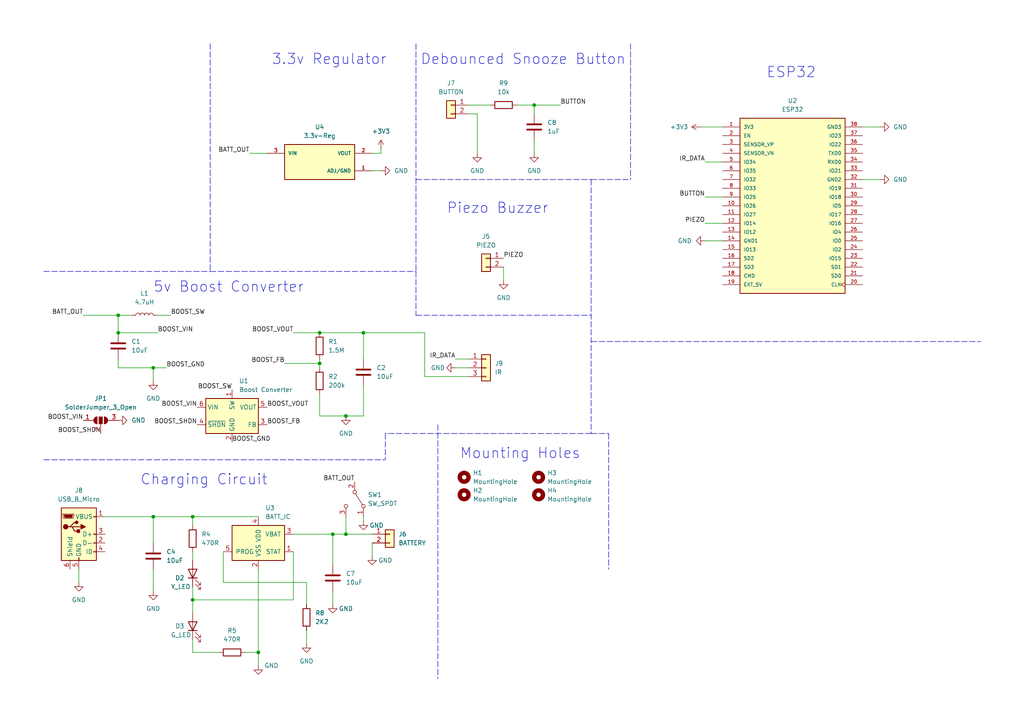
<source format=kicad_sch>
(kicad_sch (version 20211123) (generator eeschema)
  (paper "A4")
  (lib_symbols
    (symbol "Battery_Management:MCP73831-5-OT" (pin_names (offset 1.016))
      (property "Reference" "U" (at -7.62 6.35 0))
      (property "Value" "MCP73831-5-OT" (at 1.27 6.35 0))
      (symbol "MCP73831-5-OT_0_1"
        (rectangle (start -7.62 5.08) (end 7.62 -5.08) (stroke (width 0.254)) (fill (type background)))
      )
      (symbol "MCP73831-5-OT_1_1"
        (pin output line (at 10.16 -2.54 180) (length 2.54) (name "STAT") (number "1"))
        (pin power_in line (at 0 -7.62 90) (length 2.54) (name "VSS") (number "2"))
        (pin power_out line (at 10.16 2.54 180) (length 2.54) (name "VBAT") (number "3"))
        (pin power_in line (at 0 7.62 270) (length 2.54) (name "VDD") (number "4"))
        (pin input line (at -10.16 -2.54 0) (length 2.54) (name "PROG") (number "5"))
      )
    )
    (symbol "Connector:USB_B_Micro" (pin_names (offset 1.016))
      (property "Reference" "J" (at -5.08 11.43 0))
      (property "Value" "USB_B_Micro" (at -5.08 8.89 0))
      (symbol "USB_B_Micro_0_1"
        (rectangle (start -5.08 -7.62) (end 5.08 7.62) (stroke (width 0.254)) (fill (type background)))
        (circle (center -3.81 2.159) (radius 0.635) (stroke (width 0.254)) (fill (type outline)))
        (circle (center -0.635 3.429) (radius 0.381) (stroke (width 0.254)) (fill (type outline)))
        (rectangle (start -0.127 -7.62) (end 0.127 -6.858))
        (polyline (pts (xy -1.905 2.159) (xy 0.635 2.159)) (stroke (width 0.254)))
        (polyline (pts (xy -3.175 2.159) (xy -2.54 2.159) (xy -1.27 3.429) (xy -0.635 3.429)) (stroke (width 0.254)))
        (polyline (pts (xy -2.54 2.159) (xy -1.905 2.159) (xy -1.27 0.889) (xy 0 0.889)) (stroke (width 0.254)))
        (polyline (pts (xy 0.635 2.794) (xy 0.635 1.524) (xy 1.905 2.159) (xy 0.635 2.794)) (stroke (width 0.254)) (fill (type outline)))
        (polyline (pts (xy -4.318 5.588) (xy -1.778 5.588) (xy -2.032 4.826) (xy -4.064 4.826) (xy -4.318 5.588)) (fill (type outline)))
        (polyline (pts (xy -4.699 5.842) (xy -4.699 5.588) (xy -4.445 4.826) (xy -4.445 4.572) (xy -1.651 4.572) (xy -1.651 4.826) (xy -1.397 5.588) (xy -1.397 5.842) (xy -4.699 5.842)))
        (rectangle (start 0.254 1.27) (end -0.508 0.508) (stroke (width 0.254)) (fill (type outline)))
        (rectangle (start 5.08 -5.207) (end 4.318 -4.953))
        (rectangle (start 5.08 -2.667) (end 4.318 -2.413))
        (rectangle (start 5.08 -0.127) (end 4.318 0.127))
        (rectangle (start 5.08 4.953) (end 4.318 5.207))
      )
      (symbol "USB_B_Micro_1_1"
        (pin power_out line (at 7.62 5.08 180) (length 2.54) (name "VBUS") (number "1"))
        (pin bidirectional line (at 7.62 -2.54 180) (length 2.54) (name "D-") (number "2"))
        (pin bidirectional line (at 7.62 0 180) (length 2.54) (name "D+") (number "3"))
        (pin passive line (at 7.62 -5.08 180) (length 2.54) (name "ID") (number "4"))
        (pin power_out line (at 0 -10.16 90) (length 2.54) (name "GND") (number "5"))
        (pin passive line (at -2.54 -10.16 90) (length 2.54) (name "Shield") (number "6"))
      )
    )
    (symbol "Connector_Generic:Conn_01x02" (pin_names (offset 1.016) hide)
      (property "Reference" "J" (at 0 2.54 0))
      (property "Value" "Conn_01x02" (at 0 -5.08 0))
      (symbol "Conn_01x02_1_1"
        (rectangle (start -1.27 -2.413) (end 0 -2.667) (stroke (width 0.1524)))
        (rectangle (start -1.27 0.127) (end 0 -0.127) (stroke (width 0.1524)))
        (rectangle (start -1.27 1.27) (end 1.27 -3.81) (stroke (width 0.254)) (fill (type background)))
        (pin passive line (at -5.08 0 0) (length 3.81) (name "Pin_1") (number "1"))
        (pin passive line (at -5.08 -2.54 0) (length 3.81) (name "Pin_2") (number "2"))
      )
    )
    (symbol "Connector_Generic:Conn_01x03" (pin_names (offset 1.016) hide)
      (property "Reference" "J" (at 0 5.08 0))
      (property "Value" "Conn_01x03" (at 0 -5.08 0))
      (symbol "Conn_01x03_1_1"
        (rectangle (start -1.27 -2.413) (end 0 -2.667) (stroke (width 0.1524)))
        (rectangle (start -1.27 0.127) (end 0 -0.127) (stroke (width 0.1524)))
        (rectangle (start -1.27 2.667) (end 0 2.413) (stroke (width 0.1524)))
        (rectangle (start -1.27 3.81) (end 1.27 -3.81) (stroke (width 0.254)) (fill (type background)))
        (pin passive line (at -5.08 2.54 0) (length 3.81) (name "Pin_1") (number "1"))
        (pin passive line (at -5.08 0 0) (length 3.81) (name "Pin_2") (number "2"))
        (pin passive line (at -5.08 -2.54 0) (length 3.81) (name "Pin_3") (number "3"))
      )
    )
    (symbol "Device:C" (pin_numbers hide) (pin_names (offset 0.254))
      (property "Reference" "C" (at 0.635 2.54 0))
      (property "Value" "C" (at 0.635 -2.54 0))
      (symbol "C_0_1"
        (polyline (pts (xy -2.032 -0.762) (xy 2.032 -0.762)) (stroke (width 0.508)))
        (polyline (pts (xy -2.032 0.762) (xy 2.032 0.762)) (stroke (width 0.508)))
      )
      (symbol "C_1_1"
        (pin passive line (at 0 3.81 270) (length 2.794) (name "~") (number "1"))
        (pin passive line (at 0 -3.81 90) (length 2.794) (name "~") (number "2"))
      )
    )
    (symbol "Device:L" (pin_numbers hide) (pin_names (offset 1.016) hide)
      (property "Reference" "L" (at -1.27 0 90))
      (property "Value" "L" (at 1.905 0 90))
      (symbol "L_0_1"
        (arc (start 0 -2.54) (mid 0.635 -1.905) (end 0 -1.27))
        (arc (start 0 -1.27) (mid 0.635 -0.635) (end 0 0))
        (arc (start 0 0) (mid 0.635 0.635) (end 0 1.27))
        (arc (start 0 1.27) (mid 0.635 1.905) (end 0 2.54))
      )
      (symbol "L_1_1"
        (pin passive line (at 0 3.81 270) (length 1.27) (name "1") (number "1"))
        (pin passive line (at 0 -3.81 90) (length 1.27) (name "2") (number "2"))
      )
    )
    (symbol "Device:LED" (pin_numbers hide) (pin_names (offset 1.016) hide)
      (property "Reference" "D" (at 0 2.54 0))
      (property "Value" "LED" (at 0 -2.54 0))
      (symbol "LED_0_1"
        (polyline (pts (xy -1.27 -1.27) (xy -1.27 1.27)) (stroke (width 0.254)))
        (polyline (pts (xy -1.27 0) (xy 1.27 0)))
        (polyline (pts (xy 1.27 -1.27) (xy 1.27 1.27) (xy -1.27 0) (xy 1.27 -1.27)) (stroke (width 0.254)))
        (polyline (pts (xy -3.048 -0.762) (xy -4.572 -2.286) (xy -3.81 -2.286) (xy -4.572 -2.286) (xy -4.572 -1.524)))
        (polyline (pts (xy -1.778 -0.762) (xy -3.302 -2.286) (xy -2.54 -2.286) (xy -3.302 -2.286) (xy -3.302 -1.524)))
      )
      (symbol "LED_1_1"
        (pin passive line (at -3.81 0 0) (length 2.54) (name "K") (number "1"))
        (pin passive line (at 3.81 0 180) (length 2.54) (name "A") (number "2"))
      )
    )
    (symbol "Device:R" (pin_numbers hide) (pin_names (offset 0))
      (property "Reference" "R" (at 2.032 0 90))
      (property "Value" "R" (at 0 0 90))
      (symbol "R_0_1"
        (rectangle (start -1.016 -2.54) (end 1.016 2.54) (stroke (width 0.254)))
      )
      (symbol "R_1_1"
        (pin passive line (at 0 3.81 270) (length 1.27) (name "~") (number "1"))
        (pin passive line (at 0 -3.81 90) (length 1.27) (name "~") (number "2"))
      )
    )
    (symbol "ESP32-DEVKITC-32U:ESP32-DEVKITC-32U" (pin_names (offset 1.016))
      (property "Reference" "U" (at -15.2654 26.0604 0))
      (property "Value" "ESP32-DEVKITC-32U" (at -15.2654 -27.9654 0))
      (symbol "ESP32-DEVKITC-32U_0_0"
        (rectangle (start -15.24 -25.4) (end 15.24 25.4) (stroke (width 0.254)) (fill (type background)))
        (pin power_in line (at -20.32 22.86 0) (length 5.08) (name "3V3") (number "1"))
        (pin bidirectional line (at -20.32 0 0) (length 5.08) (name "IO26") (number "10"))
        (pin bidirectional line (at -20.32 -2.54 0) (length 5.08) (name "IO27") (number "11"))
        (pin bidirectional line (at -20.32 -5.08 0) (length 5.08) (name "IO14") (number "12"))
        (pin bidirectional line (at -20.32 -7.62 0) (length 5.08) (name "IO12") (number "13"))
        (pin power_in line (at -20.32 -10.16 0) (length 5.08) (name "GND1") (number "14"))
        (pin bidirectional line (at -20.32 -12.7 0) (length 5.08) (name "IO13") (number "15"))
        (pin bidirectional line (at -20.32 -15.24 0) (length 5.08) (name "SD2") (number "16"))
        (pin bidirectional line (at -20.32 -17.78 0) (length 5.08) (name "SD3") (number "17"))
        (pin bidirectional line (at -20.32 -20.32 0) (length 5.08) (name "CMD") (number "18"))
        (pin power_in line (at -20.32 -22.86 0) (length 5.08) (name "EXT_5V") (number "19"))
        (pin input line (at -20.32 20.32 0) (length 5.08) (name "EN") (number "2"))
        (pin input clock (at 20.32 -22.86 180) (length 5.08) (name "CLK") (number "20"))
        (pin bidirectional line (at 20.32 -20.32 180) (length 5.08) (name "SD0") (number "21"))
        (pin bidirectional line (at 20.32 -17.78 180) (length 5.08) (name "SD1") (number "22"))
        (pin bidirectional line (at 20.32 -15.24 180) (length 5.08) (name "IO15") (number "23"))
        (pin bidirectional line (at 20.32 -12.7 180) (length 5.08) (name "IO2") (number "24"))
        (pin bidirectional line (at 20.32 -10.16 180) (length 5.08) (name "IO0") (number "25"))
        (pin bidirectional line (at 20.32 -7.62 180) (length 5.08) (name "IO4") (number "26"))
        (pin bidirectional line (at 20.32 -5.08 180) (length 5.08) (name "IO16") (number "27"))
        (pin bidirectional line (at 20.32 -2.54 180) (length 5.08) (name "IO17") (number "28"))
        (pin bidirectional line (at 20.32 0 180) (length 5.08) (name "IO5") (number "29"))
        (pin input line (at -20.32 17.78 0) (length 5.08) (name "SENSOR_VP") (number "3"))
        (pin bidirectional line (at 20.32 2.54 180) (length 5.08) (name "IO18") (number "30"))
        (pin bidirectional line (at 20.32 5.08 180) (length 5.08) (name "IO19") (number "31"))
        (pin power_in line (at 20.32 7.62 180) (length 5.08) (name "GND2") (number "32"))
        (pin bidirectional line (at 20.32 10.16 180) (length 5.08) (name "IO21") (number "33"))
        (pin input line (at 20.32 12.7 180) (length 5.08) (name "RXD0") (number "34"))
        (pin output line (at 20.32 15.24 180) (length 5.08) (name "TXD0") (number "35"))
        (pin bidirectional line (at 20.32 17.78 180) (length 5.08) (name "IO22") (number "36"))
        (pin bidirectional line (at 20.32 20.32 180) (length 5.08) (name "IO23") (number "37"))
        (pin power_in line (at 20.32 22.86 180) (length 5.08) (name "GND3") (number "38"))
        (pin input line (at -20.32 15.24 0) (length 5.08) (name "SENSOR_VN") (number "4"))
        (pin bidirectional line (at -20.32 12.7 0) (length 5.08) (name "IO34") (number "5"))
        (pin bidirectional line (at -20.32 10.16 0) (length 5.08) (name "IO35") (number "6"))
        (pin bidirectional line (at -20.32 7.62 0) (length 5.08) (name "IO32") (number "7"))
        (pin bidirectional line (at -20.32 5.08 0) (length 5.08) (name "IO33") (number "8"))
        (pin bidirectional line (at -20.32 2.54 0) (length 5.08) (name "IO25") (number "9"))
      )
    )
    (symbol "Jumper:SolderJumper_3_Open" (pin_names (offset 0) hide)
      (property "Reference" "JP" (at -2.54 -2.54 0))
      (property "Value" "SolderJumper_3_Open" (at 0 2.794 0))
      (symbol "SolderJumper_3_Open_0_1"
        (arc (start -1.016 1.016) (mid -2.032 0) (end -1.016 -1.016))
        (arc (start -1.016 1.016) (mid -2.032 0) (end -1.016 -1.016) (fill (type outline)))
        (rectangle (start -0.508 1.016) (end 0.508 -1.016) (fill (type outline)))
        (polyline (pts (xy -2.54 0) (xy -2.032 0)))
        (polyline (pts (xy -1.016 1.016) (xy -1.016 -1.016)))
        (polyline (pts (xy 0 -1.27) (xy 0 -1.016)))
        (polyline (pts (xy 1.016 1.016) (xy 1.016 -1.016)))
        (polyline (pts (xy 2.54 0) (xy 2.032 0)))
        (arc (start 1.016 -1.016) (mid 2.032 0) (end 1.016 1.016))
        (arc (start 1.016 -1.016) (mid 2.032 0) (end 1.016 1.016) (fill (type outline)))
      )
      (symbol "SolderJumper_3_Open_1_1"
        (pin passive line (at -5.08 0 0) (length 2.54) (name "A") (number "1"))
        (pin input line (at 0 -3.81 90) (length 2.54) (name "C") (number "2"))
        (pin passive line (at 5.08 0 180) (length 2.54) (name "B") (number "3"))
      )
    )
    (symbol "LD1117V33:LD1117V33" (pin_names (offset 1.016))
      (property "Reference" "U" (at -10.16 5.842 0))
      (property "Value" "LD1117V33" (at -10.16 -7.62 0))
      (symbol "LD1117V33_0_0"
        (rectangle (start -10.16 -5.08) (end 10.16 5.08) (stroke (width 0.254)) (fill (type background)))
        (pin passive line (at 15.24 -2.54 180) (length 5.08) (name "ADJ/GND") (number "1"))
        (pin output line (at 15.24 2.54 180) (length 5.08) (name "VOUT") (number "2"))
        (pin input line (at -15.24 2.54 0) (length 5.08) (name "VIN") (number "3"))
      )
    )
    (symbol "Mechanical:MountingHole" (pin_names (offset 1.016))
      (property "Reference" "H" (at 0 5.08 0))
      (property "Value" "MountingHole" (at 0 3.175 0))
      (symbol "MountingHole_0_1"
        (circle (center 0 0) (radius 1.27) (stroke (width 1.27)))
      )
    )
    (symbol "Regulator_Switching:AAT1217IGU-3.3"
      (property "Reference" "U" (at -7.62 6.35 0))
      (property "Value" "AAT1217IGU-3.3" (at 1.27 6.35 0))
      (symbol "AAT1217IGU-3.3_0_1"
        (rectangle (start -7.62 5.08) (end 7.62 -5.08) (stroke (width 0.254)) (fill (type background)))
      )
      (symbol "AAT1217IGU-3.3_1_1"
        (pin passive line (at 0 7.62 270) (length 2.54) (name "SW") (number "1"))
        (pin power_in line (at 0 -7.62 90) (length 2.54) (name "GND") (number "2"))
        (pin passive line (at 10.16 -2.54 180) (length 2.54) (name "FB") (number "3"))
        (pin input line (at -10.16 -2.54 0) (length 2.54) (name "~{SHDN}") (number "4"))
        (pin power_out line (at 10.16 2.54 180) (length 2.54) (name "VOUT") (number "5"))
        (pin power_in line (at -10.16 2.54 0) (length 2.54) (name "VIN") (number "6"))
      )
    )
    (symbol "Switch:SW_SPDT" (pin_names (offset 0) hide)
      (property "Reference" "SW" (at 0 4.318 0))
      (property "Value" "SW_SPDT" (at 0 -5.08 0))
      (symbol "SW_SPDT_0_0"
        (circle (center -2.032 0) (radius 0.508))
        (circle (center 2.032 -2.54) (radius 0.508))
      )
      (symbol "SW_SPDT_0_1"
        (polyline (pts (xy -1.524 0.254) (xy 1.651 2.286)))
        (circle (center 2.032 2.54) (radius 0.508))
      )
      (symbol "SW_SPDT_1_1"
        (pin passive line (at 5.08 2.54 180) (length 2.54) (name "A") (number "1"))
        (pin passive line (at -5.08 0 0) (length 2.54) (name "B") (number "2"))
        (pin passive line (at 5.08 -2.54 180) (length 2.54) (name "C") (number "3"))
      )
    )
    (symbol "power:+3.3V" (power) (pin_names (offset 0))
      (property "Value" "+3.3V" (at 0 3.556 0))
      (symbol "+3.3V_0_1"
        (polyline (pts (xy -0.762 1.27) (xy 0 2.54)))
        (polyline (pts (xy 0 0) (xy 0 2.54)))
        (polyline (pts (xy 0 2.54) (xy 0.762 1.27)))
      )
      (symbol "+3.3V_1_1"
        (pin power_in line (at 0 0 90) (length 0) hide (name "+3V3") (number "1"))
      )
    )
    (symbol "power:GND" (power) (pin_names (offset 0))
      (property "Value" "GND" (at 0 -3.81 0))
      (symbol "GND_0_1"
        (polyline (pts (xy 0 0) (xy 0 -1.27) (xy 1.27 -1.27) (xy 0 -2.54) (xy -1.27 -1.27) (xy 0 -1.27)))
      )
      (symbol "GND_1_1"
        (pin power_in line (at 0 0 270) (length 0) hide (name "GND") (number "1"))
      )
    )
  )
  (junction (at 55.88 173.99))
  (junction (at 100.33 120.65))
  (junction (at 44.45 106.68))
  (junction (at 34.29 96.52))
  (junction (at 55.88 149.86))
  (junction (at 105.41 96.52))
  (junction (at 92.71 105.41))
  (junction (at 96.52 154.94))
  (junction (at 74.93 189.23))
  (junction (at 100.33 154.94))
  (junction (at 34.29 91.44))
  (junction (at 92.71 96.52))
  (junction (at 154.94 30.48))
  (junction (at 44.45 149.86))
  (polyline (pts (xy 12.7 78.74) (xy 60.96 78.74)))
  (wire (pts (xy 135.89 33.02) (xy 138.43 33.02)))
  (wire (pts (xy 154.94 30.48) (xy 154.94 33.02)))
  (polyline (pts (xy 120.65 78.74) (xy 120.65 91.44)))
  (wire (pts (xy 64.77 168.91) (xy 88.9 168.91)))
  (wire (pts (xy 105.41 96.52) (xy 92.71 96.52)))
  (wire (pts (xy 55.88 189.23) (xy 63.5 189.23)))
  (wire (pts (xy 55.88 170.18) (xy 55.88 173.99)))
  (wire (pts (xy 34.29 91.44) (xy 34.29 96.52)))
  (wire (pts (xy 92.71 120.65) (xy 100.33 120.65)))
  (wire (pts (xy 72.39 44.45) (xy 77.47 44.45)))
  (wire (pts (xy 34.29 106.68) (xy 44.45 106.68)))
  (wire (pts (xy 204.47 46.99) (xy 209.55 46.99)))
  (polyline (pts (xy 171.45 52.07) (xy 171.45 125.73)))
  (wire (pts (xy 71.12 189.23) (xy 74.93 189.23)))
  (wire (pts (xy 204.47 57.15) (xy 209.55 57.15)))
  (wire (pts (xy 204.47 64.77) (xy 209.55 64.77)))
  (wire (pts (xy 74.93 165.1) (xy 74.93 189.23)))
  (wire (pts (xy 22.86 165.1) (xy 22.86 168.91)))
  (wire (pts (xy 74.93 189.23) (xy 74.93 193.04)))
  (wire (pts (xy 55.88 160.02) (xy 55.88 162.56)))
  (wire (pts (xy 105.41 104.14) (xy 105.41 96.52)))
  (wire (pts (xy 34.29 96.52) (xy 45.72 96.52)))
  (wire (pts (xy 92.71 105.41) (xy 92.71 106.68)))
  (wire (pts (xy 250.19 36.83) (xy 255.27 36.83)))
  (polyline (pts (xy 111.76 125.73) (xy 111.76 133.35)))
  (wire (pts (xy 107.95 49.53) (xy 110.49 49.53)))
  (wire (pts (xy 138.43 44.45) (xy 138.43 33.02)))
  (wire (pts (xy 82.55 105.41) (xy 92.71 105.41)))
  (wire (pts (xy 100.33 154.94) (xy 107.95 154.94)))
  (wire (pts (xy 85.09 173.99) (xy 55.88 173.99)))
  (wire (pts (xy 85.09 154.94) (xy 96.52 154.94)))
  (polyline (pts (xy 171.45 125.73) (xy 111.76 125.73)))
  (wire (pts (xy 45.72 91.44) (xy 49.53 91.44)))
  (wire (pts (xy 107.95 157.48) (xy 107.95 161.29)))
  (polyline (pts (xy 171.45 99.06) (xy 284.48 99.06)))
  (wire (pts (xy 250.19 52.07) (xy 255.27 52.07)))
  (wire (pts (xy 149.86 30.48) (xy 154.94 30.48)))
  (wire (pts (xy 123.19 96.52) (xy 105.41 96.52)))
  (wire (pts (xy 100.33 149.86) (xy 100.33 154.94)))
  (wire (pts (xy 92.71 104.14) (xy 92.71 105.41)))
  (polyline (pts (xy 127 123.19) (xy 127 196.85)))
  (polyline (pts (xy 171.45 125.73) (xy 176.53 125.73)))
  (wire (pts (xy 135.89 30.48) (xy 142.24 30.48)))
  (wire (pts (xy 110.49 44.45) (xy 107.95 44.45)))
  (polyline (pts (xy 120.65 12.7) (xy 120.65 78.74)))
  (wire (pts (xy 34.29 104.14) (xy 34.29 106.68)))
  (wire (pts (xy 44.45 106.68) (xy 44.45 110.49)))
  (wire (pts (xy 85.09 96.52) (xy 92.71 96.52)))
  (wire (pts (xy 44.45 149.86) (xy 44.45 157.48)))
  (polyline (pts (xy 176.53 125.73) (xy 176.53 165.1)))
  (wire (pts (xy 64.77 168.91) (xy 64.77 160.02)))
  (wire (pts (xy 123.19 109.22) (xy 135.89 109.22)))
  (wire (pts (xy 132.08 104.14) (xy 135.89 104.14)))
  (wire (pts (xy 154.94 30.48) (xy 162.56 30.48)))
  (wire (pts (xy 204.47 69.85) (xy 209.55 69.85)))
  (wire (pts (xy 24.13 91.44) (xy 34.29 91.44)))
  (polyline (pts (xy 171.45 52.07) (xy 182.88 52.07)))
  (wire (pts (xy 96.52 154.94) (xy 100.33 154.94)))
  (wire (pts (xy 88.9 168.91) (xy 88.9 175.26)))
  (polyline (pts (xy 182.88 12.7) (xy 182.88 52.07)))
  (wire (pts (xy 203.2 36.83) (xy 209.55 36.83)))
  (wire (pts (xy 92.71 114.3) (xy 92.71 120.65)))
  (wire (pts (xy 55.88 185.42) (xy 55.88 189.23)))
  (wire (pts (xy 44.45 106.68) (xy 48.26 106.68)))
  (wire (pts (xy 88.9 182.88) (xy 88.9 186.69)))
  (wire (pts (xy 55.88 149.86) (xy 74.93 149.86)))
  (polyline (pts (xy 60.96 78.74) (xy 120.65 78.74)))
  (wire (pts (xy 85.09 160.02) (xy 85.09 173.99)))
  (wire (pts (xy 55.88 173.99) (xy 55.88 177.8)))
  (wire (pts (xy 96.52 154.94) (xy 96.52 163.83)))
  (wire (pts (xy 96.52 171.45) (xy 96.52 175.26)))
  (wire (pts (xy 110.49 43.18) (xy 110.49 44.45)))
  (wire (pts (xy 30.48 149.86) (xy 44.45 149.86)))
  (wire (pts (xy 154.94 40.64) (xy 154.94 44.45)))
  (wire (pts (xy 105.41 149.86) (xy 105.41 151.13)))
  (wire (pts (xy 105.41 120.65) (xy 100.33 120.65)))
  (wire (pts (xy 55.88 149.86) (xy 55.88 152.4)))
  (wire (pts (xy 146.05 77.47) (xy 146.05 81.28)))
  (polyline (pts (xy 120.65 91.44) (xy 171.45 91.44)))
  (wire (pts (xy 34.29 91.44) (xy 38.1 91.44)))
  (wire (pts (xy 132.08 106.68) (xy 135.89 106.68)))
  (wire (pts (xy 123.19 96.52) (xy 123.19 109.22)))
  (polyline (pts (xy 120.65 52.07) (xy 171.45 52.07)))
  (wire (pts (xy 44.45 165.1) (xy 44.45 171.45)))
  (wire (pts (xy 105.41 111.76) (xy 105.41 120.65)))
  (polyline (pts (xy 12.7 133.35) (xy 111.76 133.35)))
  (wire (pts (xy 44.45 149.86) (xy 55.88 149.86)))
  (polyline (pts (xy 60.96 12.7) (xy 60.96 78.74)))
  (text "ESP32" (at 222.25 22.86 0) (effects (font (size 3 3)) (justify left bottom)))
  (text "Mounting Holes" (at 133.35 133.35 0) (effects (font (size 3 3)) (justify left bottom)))
  (text "Piezo Buzzer\n" (at 129.54 62.23 0) (effects (font (size 3 3)) (justify left bottom)))
  (text "3.3v Regulator" (at 78.74 19.05 0) (effects (font (size 3 3)) (justify left bottom)))
  (text "5v Boost Converter" (at 44.45 85.09 0) (effects (font (size 3 3)) (justify left bottom)))
  (text "Debounced Snooze Button" (at 121.92 19.05 0) (effects (font (size 3 3)) (justify left bottom)))
  (text "Charging Circuit" (at 40.64 140.97 0) (effects (font (size 3 3)) (justify left bottom)))
  (label "BOOST_SHDN" (at 57.15 123.19 180))
  (label "BOOST_FB" (at 82.55 105.41 180))
  (label "BOOST_VOUT" (at 85.09 96.52 180))
  (label "BOOST_VOUT" (at 77.47 118.11 0))
  (label "BATT_OUT" (at 24.13 91.44 180))
  (label "BOOST_VIN" (at 45.72 96.52 0))
  (label "IR_DATA" (at 204.47 46.99 180))
  (label "PIEZO" (at 204.47 64.77 180))
  (label "BOOST_GND" (at 67.31 128.27 0))
  (label "BUTTON" (at 162.56 30.48 0))
  (label "BATT_OUT" (at 72.39 44.45 180))
  (label "BOOST_GND" (at 48.26 106.68 0))
  (label "BUTTON" (at 204.47 57.15 180))
  (label "BOOST_VIN" (at 24.13 121.92 180))
  (label "BOOST_SW" (at 49.53 91.44 0))
  (label "BOOST_SW" (at 67.31 113.03 180))
  (label "BOOST_VIN" (at 57.15 118.11 180))
  (label "BOOST_SHDN" (at 29.21 125.73 180))
  (label "IR_DATA" (at 132.08 104.14 180))
  (label "PIEZO" (at 146.05 74.93 0))
  (label "BOOST_FB" (at 77.47 123.19 0))
  (label "BATT_OUT" (at 102.87 139.7 180))
  (symbol (lib_id "power:+3.3V") (at 203.2 36.83 90) (mirror x) (unit 1)
    (property "Reference" "#PWR0111" (effects hide))
    (property "Value" "+3.3V" (at 194.31 36.83 90) (effects (justify right)))
  )
  (symbol (lib_id "power:GND") (at 138.43 44.45 0) (unit 1)
    (property "Reference" "#PWR0107" (effects hide))
    (property "Value" "GND" (at 138.43 49.53 0))
  )
  (symbol (lib_id "Device:LED") (at 55.88 166.37 90) (unit 1)
    (property "Reference" "D2" (at 50.8 167.64 90) (effects (justify right)))
    (property "Value" "Y_LED" (at 49.53 170.18 90) (effects (justify right)))
    (property "Footprint" "LED_SMD:LED_0805_2012Metric_Pad1.15x1.40mm_HandSolder" (effects hide))
  )
  (symbol (lib_id "Device:R") (at 92.71 100.33 0) (unit 1)
    (property "Reference" "R1" (at 95.25 99.0599 0) (effects (justify left)))
    (property "Value" "1.5M" (at 95.25 101.5999 0) (effects (justify left)))
    (property "Footprint" "Resistor_SMD:R_0805_2012Metric_Pad1.20x1.40mm_HandSolder" (effects hide))
  )
  (symbol (lib_id "Device:L") (at 41.91 91.44 90) (unit 1)
    (property "Reference" "L1" (at 41.91 85.09 90))
    (property "Value" "4.7uH" (at 41.91 87.63 90))
    (property "Footprint" "Inductor_SMD:L_0805_2012Metric_Pad1.15x1.40mm_HandSolder" (effects hide))
  )
  (symbol (lib_id "Mechanical:MountingHole") (at 156.21 143.51 0) (unit 1)
    (property "Reference" "H4" (at 158.75 142.2399 0) (effects (justify left)))
    (property "Value" "MountingHole" (at 158.75 144.7799 0) (effects (justify left)))
    (property "Footprint" "MountingHole:MountingHole_3.2mm_M3" (effects hide))
  )
  (symbol (lib_id "Mechanical:MountingHole") (at 134.62 143.51 0) (unit 1)
    (property "Reference" "H2" (at 137.16 142.2399 0) (effects (justify left)))
    (property "Value" "MountingHole" (at 137.16 144.7799 0) (effects (justify left)))
    (property "Footprint" "MountingHole:MountingHole_3.2mm_M3" (effects hide))
  )
  (symbol (lib_id "Mechanical:MountingHole") (at 134.62 138.43 0) (unit 1)
    (property "Reference" "H1" (at 137.16 137.1599 0) (effects (justify left)))
    (property "Value" "MountingHole" (at 137.16 139.6999 0) (effects (justify left)))
    (property "Footprint" "MountingHole:MountingHole_3.2mm_M3" (effects hide))
  )
  (symbol (lib_id "power:GND") (at 110.49 49.53 90) (unit 1)
    (property "Reference" "#PWR0106" (effects hide))
    (property "Value" "GND" (at 114.3 49.5299 90) (effects (justify right)))
  )
  (symbol (lib_id "LD1117V33:LD1117V33") (at 92.71 46.99 0) (unit 1)
    (property "Reference" "U4" (at 92.71 36.83 0))
    (property "Value" "3.3v-Reg" (at 92.71 39.37 0))
    (property "Footprint" "footprints:TO255P1020X450X1968-3" (effects hide))
    (property "MANUFACTURER" "ST Microelectronics" (effects hide))
    (property "MAXIMUM_PACKAGE_HEIGHT" "19.68mm" (effects hide))
    (property "PARTREV" "37" (effects hide))
    (property "STANDARD" "IPC-7351B" (effects hide))
  )
  (symbol (lib_id "power:GND") (at 22.86 168.91 0) (unit 1)
    (property "Reference" "#PWR0124" (effects hide))
    (property "Value" "GND" (at 22.86 173.99 0))
  )
  (symbol (lib_id "power:GND") (at 44.45 171.45 0) (unit 1)
    (property "Reference" "#PWR0125" (effects hide))
    (property "Value" "GND" (at 44.45 176.53 0))
  )
  (symbol (lib_id "power:GND") (at 44.45 110.49 0) (unit 1)
    (property "Reference" "#PWR0101" (effects hide))
    (property "Value" "GND" (at 44.45 115.57 0))
  )
  (symbol (lib_id "power:GND") (at 96.52 175.26 0) (unit 1)
    (property "Reference" "#PWR0115" (effects hide))
    (property "Value" "GND" (at 100.33 176.53 0))
  )
  (symbol (lib_id "Connector_Generic:Conn_01x02") (at 130.81 30.48 0) (mirror y) (unit 1)
    (property "Reference" "J7" (at 130.81 24.13 0))
    (property "Value" "BUTTON" (at 130.81 26.67 0))
    (property "Footprint" "Connector_Molex:Molex-22-04-1021-MFG" (effects hide))
  )
  (symbol (lib_id "power:GND") (at 100.33 120.65 0) (unit 1)
    (property "Reference" "#PWR0127" (effects hide))
    (property "Value" "GND" (at 100.33 125.73 0))
  )
  (symbol (lib_id "Jumper:SolderJumper_3_Open") (at 29.21 121.92 0) (unit 1)
    (property "Reference" "JP1" (at 29.21 115.57 0))
    (property "Value" "SolderJumper_3_Open" (at 29.21 118.11 0))
    (property "Footprint" "Jumper:SolderJumper-3_P1.3mm_Open_RoundedPad1.0x1.5mm_NumberLabels" (effects hide))
  )
  (symbol (lib_id "Device:LED") (at 55.88 181.61 90) (unit 1)
    (property "Reference" "D3" (at 50.8 181.61 90) (effects (justify right)))
    (property "Value" "G_LED" (at 49.53 184.15 90) (effects (justify right)))
    (property "Footprint" "LED_SMD:LED_0805_2012Metric_Pad1.15x1.40mm_HandSolder" (effects hide))
  )
  (symbol (lib_id "Device:R") (at 88.9 179.07 0) (unit 1)
    (property "Reference" "R8" (at 91.44 177.7999 0) (effects (justify left)))
    (property "Value" "2K2" (at 91.44 180.3399 0) (effects (justify left)))
    (property "Footprint" "Resistor_SMD:R_0805_2012Metric_Pad1.20x1.40mm_HandSolder" (effects hide))
  )
  (symbol (lib_id "power:GND") (at 255.27 36.83 90) (unit 1)
    (property "Reference" "#PWR0108" (effects hide))
    (property "Value" "GND" (at 259.08 36.8299 90) (effects (justify right)))
  )
  (symbol (lib_id "ESP32-DEVKITC-32U:ESP32-DEVKITC-32U") (at 229.87 59.69 0) (unit 1)
    (property "Reference" "U2" (at 229.87 29.21 0))
    (property "Value" "ESP32" (at 229.87 31.75 0))
    (property "Footprint" "footprints:MODULE_ESP32-DEVKITC-32U" (effects hide))
    (property "PARTREV" "N/A" (effects hide))
    (property "MANUFACTURER" "ESPRESSIF" (effects hide))
    (property "STANDARD" "Manufacturer Recommendations" (effects hide))
  )
  (symbol (lib_id "power:GND") (at 204.47 69.85 270) (unit 1)
    (property "Reference" "#PWR0110" (effects hide))
    (property "Value" "GND" (at 200.66 69.8499 90) (effects (justify right)))
  )
  (symbol (lib_id "Device:C") (at 105.41 107.95 0) (unit 1)
    (property "Reference" "C2" (at 109.22 106.6799 0) (effects (justify left)))
    (property "Value" "10uF" (at 109.22 109.2199 0) (effects (justify left)))
    (property "Footprint" "Capacitor_SMD:C_0805_2012Metric_Pad1.18x1.45mm_HandSolder" (effects hide))
  )
  (symbol (lib_id "Mechanical:MountingHole") (at 156.21 138.43 0) (unit 1)
    (property "Reference" "H3" (at 158.75 137.1599 0) (effects (justify left)))
    (property "Value" "MountingHole" (at 158.75 139.6999 0) (effects (justify left)))
    (property "Footprint" "MountingHole:MountingHole_3.2mm_M3" (effects hide))
  )
  (symbol (lib_id "Device:C") (at 34.29 100.33 0) (unit 1)
    (property "Reference" "C1" (at 38.1 99.0599 0) (effects (justify left)))
    (property "Value" "10uF" (at 38.1 101.5999 0) (effects (justify left)))
    (property "Footprint" "Capacitor_SMD:C_0805_2012Metric_Pad1.18x1.45mm_HandSolder" (effects hide))
  )
  (symbol (lib_id "power:+3.3V") (at 110.49 43.18 0) (unit 1)
    (property "Reference" "#PWR0105" (effects hide))
    (property "Value" "+3.3V" (at 110.49 38.1 0))
  )
  (symbol (lib_id "Battery_Management:MCP73831-5-OT") (at 74.93 157.48 0) (unit 1)
    (property "Reference" "U3" (at 76.9494 147.32 0) (effects (justify left)))
    (property "Value" "BATT_IC" (at 76.9494 149.86 0) (effects (justify left)))
    (property "Footprint" "Package_TO_SOT_SMD:SOT-23-5_HandSoldering" (effects hide))
    (property "Datasheet" "http://ww1.microchip.com/downloads/en/DeviceDoc/20001984g.pdf" (effects hide))
  )
  (symbol (lib_id "Connector_Generic:Conn_01x02") (at 140.97 74.93 0) (mirror y) (unit 1)
    (property "Reference" "J5" (at 140.97 68.58 0))
    (property "Value" "PIEZO" (at 140.97 71.12 0))
    (property "Footprint" "Connector_Molex:Molex-22-04-1021-MFG" (effects hide))
  )
  (symbol (lib_id "Switch:SW_SPDT") (at 102.87 144.78 270) (unit 1)
    (property "Reference" "SW1" (at 106.68 143.5099 90) (effects (justify left)))
    (property "Value" "SW_SPDT" (at 106.68 146.0499 90) (effects (justify left)))
    (property "Footprint" "Button_Switch_THT:SW_Slide_1P2T_CK_OS102011MS2Q" (effects hide))
  )
  (symbol (lib_id "power:GND") (at 255.27 52.07 90) (unit 1)
    (property "Reference" "#PWR0109" (effects hide))
    (property "Value" "GND" (at 259.08 52.0699 90) (effects (justify right)))
  )
  (symbol (lib_id "power:GND") (at 132.08 106.68 270) (unit 1)
    (property "Reference" "#PWR0102" (effects hide))
    (property "Value" "GND" (at 127 106.68 90))
  )
  (symbol (lib_id "Device:C") (at 44.45 161.29 0) (unit 1)
    (property "Reference" "C4" (at 48.26 160.0199 0) (effects (justify left)))
    (property "Value" "10uF" (at 48.26 162.5599 0) (effects (justify left)))
    (property "Footprint" "Capacitor_SMD:C_0805_2012Metric_Pad1.18x1.45mm_HandSolder" (effects hide))
  )
  (symbol (lib_id "Device:R") (at 67.31 189.23 90) (unit 1)
    (property "Reference" "R5" (at 67.31 182.88 90))
    (property "Value" "470R" (at 67.31 185.42 90))
    (property "Footprint" "Resistor_SMD:R_0805_2012Metric_Pad1.20x1.40mm_HandSolder" (effects hide))
  )
  (symbol (lib_id "power:GND") (at 107.95 161.29 0) (unit 1)
    (property "Reference" "#PWR0126" (effects hide))
    (property "Value" "GND" (at 111.76 162.56 0))
  )
  (symbol (lib_id "Device:R") (at 55.88 156.21 0) (unit 1)
    (property "Reference" "R4" (at 58.42 154.9399 0) (effects (justify left)))
    (property "Value" "470R" (at 58.42 157.4799 0) (effects (justify left)))
    (property "Footprint" "Resistor_SMD:R_0805_2012Metric_Pad1.20x1.40mm_HandSolder" (effects hide))
  )
  (symbol (lib_id "Device:R") (at 92.71 110.49 0) (unit 1)
    (property "Reference" "R2" (at 95.25 109.2199 0) (effects (justify left)))
    (property "Value" "200k" (at 95.25 111.7599 0) (effects (justify left)))
    (property "Footprint" "Resistor_SMD:R_0805_2012Metric_Pad1.20x1.40mm_HandSolder" (effects hide))
  )
  (symbol (lib_id "Connector:USB_B_Micro") (at 22.86 154.94 0) (unit 1)
    (property "Reference" "J8" (at 22.86 142.24 0))
    (property "Value" "USB_B_Micro" (at 22.86 144.78 0))
    (property "Footprint" "Connector_USB:USB_Micro-B_Molex-105133-0001" (effects hide))
  )
  (symbol (lib_id "power:GND") (at 34.29 121.92 90) (unit 1)
    (property "Reference" "#PWR0112" (effects hide))
    (property "Value" "GND" (at 38.1 121.9199 90) (effects (justify right)))
  )
  (symbol (lib_id "Device:R") (at 146.05 30.48 90) (unit 1)
    (property "Reference" "R9" (at 146.05 24.13 90))
    (property "Value" "10k" (at 146.05 26.67 90))
    (property "Footprint" "Resistor_SMD:R_0805_2012Metric_Pad1.20x1.40mm_HandSolder" (effects hide))
  )
  (symbol (lib_id "Connector_Generic:Conn_01x02") (at 113.03 154.94 0) (unit 1)
    (property "Reference" "J6" (at 115.57 154.9399 0) (effects (justify left)))
    (property "Value" "BATTERY" (at 115.57 157.4799 0) (effects (justify left)))
    (property "Footprint" "Connector_Molex:Molex-22-04-1021-MFG" (effects hide))
  )
  (symbol (lib_id "Regulator_Switching:AAT1217IGU-3.3") (at 67.31 120.65 0) (unit 1)
    (property "Reference" "U1" (at 69.3294 110.49 0) (effects (justify left)))
    (property "Value" "Boost Converter" (at 69.3294 113.03 0) (effects (justify left)))
    (property "Footprint" "Package_TO_SOT_SMD:SOT-23-6_Handsoldering" (effects hide))
    (property "Datasheet" "http://www.skyworksinc.com/uploads/documents/AAT1217_202050B.pdf" (effects hide))
  )
  (symbol (lib_id "Connector_Generic:Conn_01x03") (at 140.97 106.68 0) (unit 1)
    (property "Reference" "J9" (at 143.51 105.4099 0) (effects (justify left)))
    (property "Value" "IR" (at 143.51 107.9499 0) (effects (justify left)))
    (property "Footprint" "Connector_Molex:Molex_KK-254_AE-6410-03A_1x03_P2.54mm_Vertical" (effects hide))
  )
  (symbol (lib_id "power:GND") (at 88.9 186.69 0) (unit 1)
    (property "Reference" "#PWR0118" (effects hide))
    (property "Value" "GND" (at 88.9 191.77 0))
  )
  (symbol (lib_id "Device:C") (at 154.94 36.83 0) (unit 1)
    (property "Reference" "C8" (at 158.75 35.5599 0) (effects (justify left)))
    (property "Value" "1uF" (at 158.75 38.0999 0) (effects (justify left)))
    (property "Footprint" "Capacitor_SMD:C_0805_2012Metric_Pad1.18x1.45mm_HandSolder" (effects hide))
  )
  (symbol (lib_id "power:GND") (at 146.05 81.28 0) (unit 1)
    (property "Reference" "#PWR0103" (effects hide))
    (property "Value" "GND" (at 146.05 86.36 0))
  )
  (symbol (lib_id "Device:C") (at 96.52 167.64 0) (unit 1)
    (property "Reference" "C7" (at 100.33 166.3699 0) (effects (justify left)))
    (property "Value" "10uF" (at 100.33 168.9099 0) (effects (justify left)))
    (property "Footprint" "Capacitor_SMD:C_0805_2012Metric_Pad1.18x1.45mm_HandSolder" (effects hide))
  )
  (symbol (lib_id "power:GND") (at 105.41 151.13 0) (unit 1)
    (property "Reference" "#PWR0123" (effects hide))
    (property "Value" "GND" (at 109.22 152.4 0))
  )
  (symbol (lib_id "power:GND") (at 74.93 193.04 0) (unit 1)
    (property "Reference" "#PWR0116" (effects hide))
    (property "Value" "GND" (at 78.74 193.04 0))
  )
  (symbol (lib_id "power:GND") (at 154.94 44.45 0) (unit 1)
    (property "Reference" "#PWR0104" (effects hide))
    (property "Value" "GND" (at 154.94 49.53 0))
  )
)
</source>
